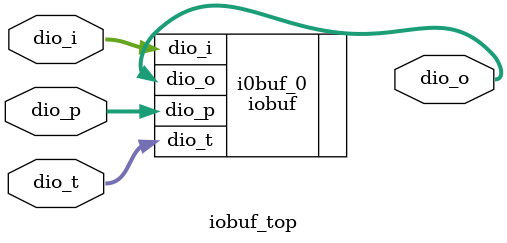
<source format=v>
`timescale 1ns / 1ps


module iobuf_top #(
    parameter DATA_WIDTH = 10
    ) (
    input       [(DATA_WIDTH-1):0]  dio_t,
    input       [(DATA_WIDTH-1):0]  dio_i,
    output      [(DATA_WIDTH-1):0]  dio_o,
    inout       [(DATA_WIDTH-1):0]  dio_p
    );


    iobuf  #(
        .DATA_WIDTH(DATA_WIDTH)
    )
    i0buf_0(
    .dio_t(dio_t),
    .dio_i(dio_i),
    .dio_o(dio_o),
    .dio_p(dio_p)
    );

endmodule

</source>
